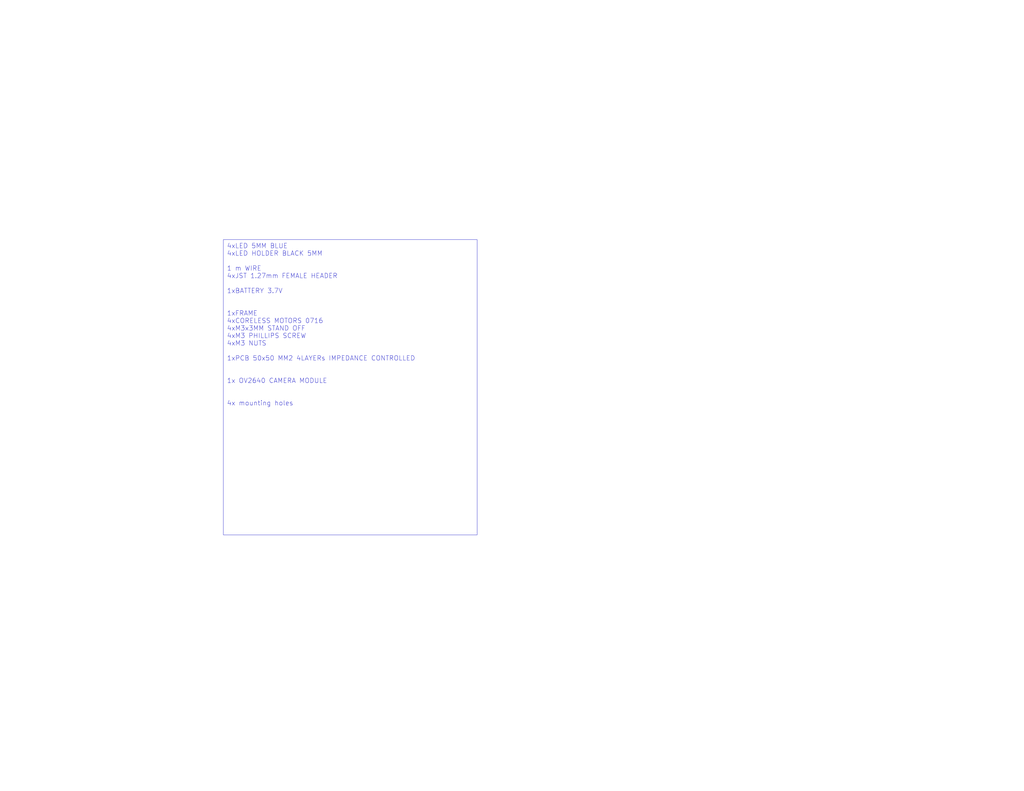
<source format=kicad_sch>
(kicad_sch
	(version 20231120)
	(generator "eeschema")
	(generator_version "8.0")
	(uuid "b24dada9-8287-4080-8ef7-6ef9c96b7f8c")
	(paper "C")
	(title_block
		(comment 2 "DRAFT")
	)
	(lib_symbols)
	(text_box "4xLED 5MM BLUE\n4xLED HOLDER BLACK 5MM\n\n1 m WIRE\n4xJST 1.27mm FEMALE HEADER\n\n1xBATTERY 3.7V\n\n\n1xFRAME\n4xCORELESS MOTORS 0716\n4xM3x3MM STAND OFF\n4xM3 PHILLIPS SCREW\n4xM3 NUTS\n\n1xPCB 50x50 MM2 4LAYERs IMPEDANCE CONTROLLED\n\n\n1x OV2640 CAMERA MODULE \n\n\n4x mounting holes"
		(exclude_from_sim no)
		(at 121.92 130.81 0)
		(size 138.43 161.29)
		(stroke
			(width 0)
			(type default)
		)
		(fill
			(type none)
		)
		(effects
			(font
				(size 2.54 2.54)
			)
			(justify left top)
		)
		(uuid "50aae9ed-0057-4339-9f27-167777ff9ae8")
	)
)
</source>
